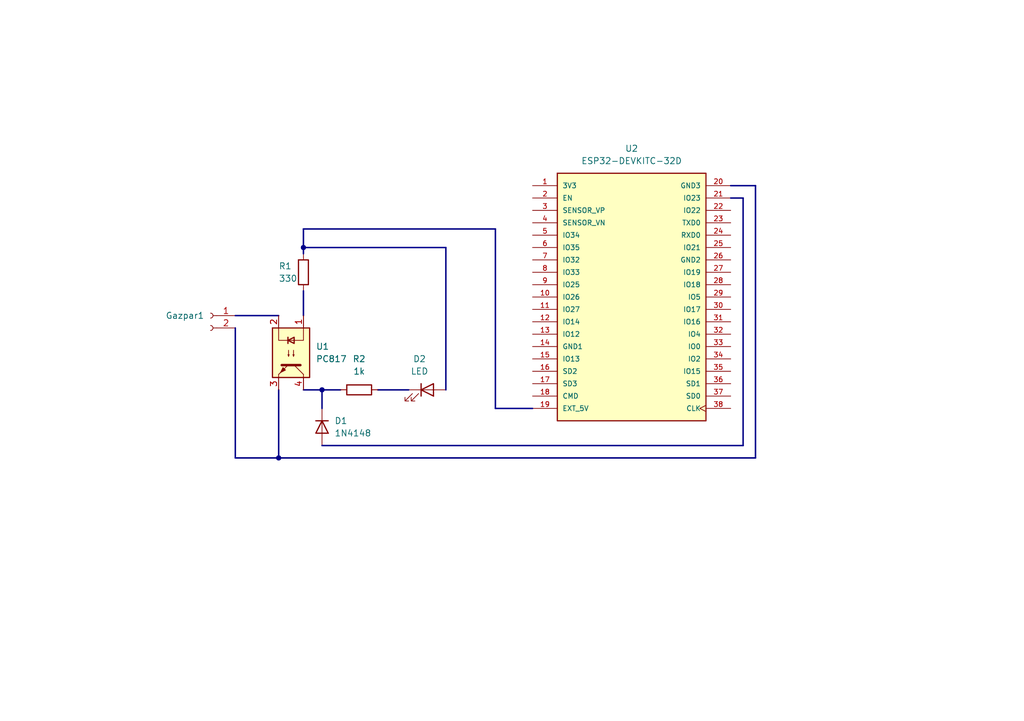
<source format=kicad_sch>
(kicad_sch (version 20211123) (generator eeschema)
  (paper "A5")
  (lib_symbols
    (symbol "Connector:Conn_01x02_Female" (pin_names (offset 1.016) hide)
      (property "Reference" "J" (at 0 2.54 0))
      (property "Value" "Conn_01x02_Female" (at 0 -5.08 0))
      (symbol "Conn_01x02_Female_1_1"
        (arc (start 0 -2.032) (mid -0.508 -2.54) (end 0 -3.048) (stroke (width 0.1524)))
        (polyline (pts (xy -1.27 -2.54) (xy -0.508 -2.54)) (stroke (width 0.1524)))
        (polyline (pts (xy -1.27 0) (xy -0.508 0)) (stroke (width 0.1524)))
        (arc (start 0 0.508) (mid -0.508 0) (end 0 -0.508) (stroke (width 0.1524)))
        (pin passive line (at -5.08 0 0) (length 3.81) (name "Pin_1") (number "1"))
        (pin passive line (at -5.08 -2.54 0) (length 3.81) (name "Pin_2") (number "2"))
      )
    )
    (symbol "Device:LED" (pin_numbers hide) (pin_names (offset 1.016) hide)
      (property "Reference" "D" (at 0 2.54 0))
      (property "Value" "LED" (at 0 -2.54 0))
      (symbol "LED_0_1"
        (polyline (pts (xy -1.27 -1.27) (xy -1.27 1.27)) (stroke (width 0.254)))
        (polyline (pts (xy -1.27 0) (xy 1.27 0)))
        (polyline (pts (xy 1.27 -1.27) (xy 1.27 1.27) (xy -1.27 0) (xy 1.27 -1.27)) (stroke (width 0.254)))
        (polyline (pts (xy -3.048 -0.762) (xy -4.572 -2.286) (xy -3.81 -2.286) (xy -4.572 -2.286) (xy -4.572 -1.524)))
        (polyline (pts (xy -1.778 -0.762) (xy -3.302 -2.286) (xy -2.54 -2.286) (xy -3.302 -2.286) (xy -3.302 -1.524)))
      )
      (symbol "LED_1_1"
        (pin passive line (at -3.81 0 0) (length 2.54) (name "K") (number "1"))
        (pin passive line (at 3.81 0 180) (length 2.54) (name "A") (number "2"))
      )
    )
    (symbol "Device:R" (pin_numbers hide) (pin_names (offset 0))
      (property "Reference" "R" (at 2.032 0 90))
      (property "Value" "R" (at 0 0 90))
      (symbol "R_0_1"
        (rectangle (start -1.016 -2.54) (end 1.016 2.54) (stroke (width 0.254)))
      )
      (symbol "R_1_1"
        (pin passive line (at 0 3.81 270) (length 1.27) (name "~") (number "1"))
        (pin passive line (at 0 -3.81 90) (length 1.27) (name "~") (number "2"))
      )
    )
    (symbol "Diode:1N4148" (pin_numbers hide) (pin_names (offset 1.016) hide)
      (property "Reference" "D" (at 0 2.54 0))
      (property "Value" "1N4148" (at 0 -2.54 0))
      (symbol "1N4148_0_1"
        (polyline (pts (xy -1.27 1.27) (xy -1.27 -1.27)) (stroke (width 0.254)))
        (polyline (pts (xy 1.27 0) (xy -1.27 0)))
        (polyline (pts (xy 1.27 1.27) (xy 1.27 -1.27) (xy -1.27 0) (xy 1.27 1.27)) (stroke (width 0.254)))
      )
      (symbol "1N4148_1_1"
        (pin passive line (at -3.81 0 0) (length 2.54) (name "K") (number "1"))
        (pin passive line (at 3.81 0 180) (length 2.54) (name "A") (number "2"))
      )
    )
    (symbol "ESP32-DEVKITC-32D:ESP32-DEVKITC-32D" (pin_names (offset 1.016))
      (property "Reference" "U" (at -15.2654 26.0604 0))
      (property "Value" "ESP32-DEVKITC-32D" (at -15.2654 -27.9654 0))
      (symbol "ESP32-DEVKITC-32D_0_0"
        (rectangle (start -15.24 -25.4) (end 15.24 25.4) (stroke (width 0.254)) (fill (type background)))
        (pin power_in line (at -20.32 22.86 0) (length 5.08) (name "3V3") (number "1"))
        (pin bidirectional line (at -20.32 0 0) (length 5.08) (name "IO26") (number "10"))
        (pin bidirectional line (at -20.32 -2.54 0) (length 5.08) (name "IO27") (number "11"))
        (pin bidirectional line (at -20.32 -5.08 0) (length 5.08) (name "IO14") (number "12"))
        (pin bidirectional line (at -20.32 -7.62 0) (length 5.08) (name "IO12") (number "13"))
        (pin power_in line (at -20.32 -10.16 0) (length 5.08) (name "GND1") (number "14"))
        (pin bidirectional line (at -20.32 -12.7 0) (length 5.08) (name "IO13") (number "15"))
        (pin bidirectional line (at -20.32 -15.24 0) (length 5.08) (name "SD2") (number "16"))
        (pin bidirectional line (at -20.32 -17.78 0) (length 5.08) (name "SD3") (number "17"))
        (pin bidirectional line (at -20.32 -20.32 0) (length 5.08) (name "CMD") (number "18"))
        (pin power_in line (at -20.32 -22.86 0) (length 5.08) (name "EXT_5V") (number "19"))
        (pin input line (at -20.32 20.32 0) (length 5.08) (name "EN") (number "2"))
        (pin power_in line (at 20.32 22.86 180) (length 5.08) (name "GND3") (number "20"))
        (pin bidirectional line (at 20.32 20.32 180) (length 5.08) (name "IO23") (number "21"))
        (pin bidirectional line (at 20.32 17.78 180) (length 5.08) (name "IO22") (number "22"))
        (pin output line (at 20.32 15.24 180) (length 5.08) (name "TXD0") (number "23"))
        (pin input line (at 20.32 12.7 180) (length 5.08) (name "RXD0") (number "24"))
        (pin bidirectional line (at 20.32 10.16 180) (length 5.08) (name "IO21") (number "25"))
        (pin power_in line (at 20.32 7.62 180) (length 5.08) (name "GND2") (number "26"))
        (pin bidirectional line (at 20.32 5.08 180) (length 5.08) (name "IO19") (number "27"))
        (pin bidirectional line (at 20.32 2.54 180) (length 5.08) (name "IO18") (number "28"))
        (pin bidirectional line (at 20.32 0 180) (length 5.08) (name "IO5") (number "29"))
        (pin input line (at -20.32 17.78 0) (length 5.08) (name "SENSOR_VP") (number "3"))
        (pin bidirectional line (at 20.32 -2.54 180) (length 5.08) (name "IO17") (number "30"))
        (pin bidirectional line (at 20.32 -5.08 180) (length 5.08) (name "IO16") (number "31"))
        (pin bidirectional line (at 20.32 -7.62 180) (length 5.08) (name "IO4") (number "32"))
        (pin bidirectional line (at 20.32 -10.16 180) (length 5.08) (name "IO0") (number "33"))
        (pin bidirectional line (at 20.32 -12.7 180) (length 5.08) (name "IO2") (number "34"))
        (pin bidirectional line (at 20.32 -15.24 180) (length 5.08) (name "IO15") (number "35"))
        (pin bidirectional line (at 20.32 -17.78 180) (length 5.08) (name "SD1") (number "36"))
        (pin bidirectional line (at 20.32 -20.32 180) (length 5.08) (name "SD0") (number "37"))
        (pin input clock (at 20.32 -22.86 180) (length 5.08) (name "CLK") (number "38"))
        (pin input line (at -20.32 15.24 0) (length 5.08) (name "SENSOR_VN") (number "4"))
        (pin bidirectional line (at -20.32 12.7 0) (length 5.08) (name "IO34") (number "5"))
        (pin bidirectional line (at -20.32 10.16 0) (length 5.08) (name "IO35") (number "6"))
        (pin bidirectional line (at -20.32 7.62 0) (length 5.08) (name "IO32") (number "7"))
        (pin bidirectional line (at -20.32 5.08 0) (length 5.08) (name "IO33") (number "8"))
        (pin bidirectional line (at -20.32 2.54 0) (length 5.08) (name "IO25") (number "9"))
      )
    )
    (symbol "Isolator:PC817" (pin_names (offset 1.016))
      (property "Reference" "U" (at -5.08 5.08 0))
      (property "Value" "PC817" (at 0 5.08 0))
      (symbol "PC817_0_1"
        (rectangle (start -5.08 3.81) (end 5.08 -3.81) (stroke (width 0.254)) (fill (type background)))
        (polyline (pts (xy -3.175 -0.635) (xy -1.905 -0.635)) (stroke (width 0.254)))
        (polyline (pts (xy 2.54 0.635) (xy 4.445 2.54)))
        (polyline (pts (xy 4.445 -2.54) (xy 2.54 -0.635)) (fill (type outline)))
        (polyline (pts (xy 4.445 -2.54) (xy 5.08 -2.54)))
        (polyline (pts (xy 4.445 2.54) (xy 5.08 2.54)))
        (polyline (pts (xy -5.08 2.54) (xy -2.54 2.54) (xy -2.54 -0.635)))
        (polyline (pts (xy -2.54 -0.635) (xy -2.54 -2.54) (xy -5.08 -2.54)))
        (polyline (pts (xy 2.54 1.905) (xy 2.54 -1.905) (xy 2.54 -1.905)) (stroke (width 0.508)))
        (polyline (pts (xy -2.54 -0.635) (xy -3.175 0.635) (xy -1.905 0.635) (xy -2.54 -0.635)) (stroke (width 0.254)))
        (polyline (pts (xy -0.508 -0.508) (xy 0.762 -0.508) (xy 0.381 -0.635) (xy 0.381 -0.381) (xy 0.762 -0.508)))
        (polyline (pts (xy -0.508 0.508) (xy 0.762 0.508) (xy 0.381 0.381) (xy 0.381 0.635) (xy 0.762 0.508)))
        (polyline (pts (xy 3.048 -1.651) (xy 3.556 -1.143) (xy 4.064 -2.159) (xy 3.048 -1.651) (xy 3.048 -1.651)) (fill (type outline)))
      )
      (symbol "PC817_1_1"
        (pin passive line (at -7.62 2.54 0) (length 2.54) (name "~") (number "1"))
        (pin passive line (at -7.62 -2.54 0) (length 2.54) (name "~") (number "2"))
        (pin passive line (at 7.62 -2.54 180) (length 2.54) (name "~") (number "3"))
        (pin passive line (at 7.62 2.54 180) (length 2.54) (name "~") (number "4"))
      )
    )
  )
  (junction (at 62.23 50.8))
  (junction (at 57.15 93.98))
  (junction (at 66.04 80.01))
  (bus (pts (xy 77.47 80.01) (xy 83.82 80.01)))
  (bus (pts (xy 48.26 93.98) (xy 57.15 93.98)))
  (bus (pts (xy 149.86 40.64) (xy 152.4 40.64)))
  (bus (pts (xy 66.04 80.01) (xy 69.85 80.01)))
  (bus (pts (xy 48.26 64.77) (xy 57.15 64.77)))
  (bus (pts (xy 154.94 38.1) (xy 154.94 93.98)))
  (bus (pts (xy 62.23 50.8) (xy 91.44 50.8)))
  (bus (pts (xy 101.6 83.82) (xy 109.22 83.82)))
  (bus (pts (xy 62.23 80.01) (xy 66.04 80.01)))
  (bus (pts (xy 57.15 80.01) (xy 57.15 93.98)))
  (bus (pts (xy 91.44 50.8) (xy 91.44 80.01)))
  (bus (pts (xy 62.23 59.69) (xy 62.23 64.77)))
  (bus (pts (xy 62.23 46.99) (xy 62.23 50.8)))
  (bus (pts (xy 66.04 91.44) (xy 152.4 91.44)))
  (bus (pts (xy 101.6 46.99) (xy 101.6 83.82)))
  (bus (pts (xy 48.26 67.31) (xy 48.26 93.98)))
  (bus (pts (xy 62.23 50.8) (xy 62.23 52.07)))
  (bus (pts (xy 66.04 80.01) (xy 66.04 83.82)))
  (bus (pts (xy 62.23 46.99) (xy 101.6 46.99)))
  (bus (pts (xy 149.86 38.1) (xy 154.94 38.1)))
  (bus (pts (xy 152.4 40.64) (xy 152.4 91.44)))
  (bus (pts (xy 57.15 93.98) (xy 154.94 93.98)))
  (symbol (lib_id "Device:LED") (at 87.63 80.01 0) (unit 1)
    (property "Reference" "D2" (at 86.0425 73.66 0))
    (property "Value" "LED" (at 86.0425 76.2 0))
    (property "Footprint" "LED_THT:LED_D3.0mm" (effects hide))
  )
  (symbol (lib_id "ESP32-DEVKITC-32D:ESP32-DEVKITC-32D") (at 129.54 60.96 0) (unit 1)
    (property "Reference" "U2" (at 129.54 30.48 0))
    (property "Value" "ESP32-DEVKITC-32D" (at 129.54 33.02 0))
    (property "Footprint" "MODULE_ESP32-DEVKITC-32D" (effects hide))
    (property "MANUFACTURER" "Espressif Systems" (effects hide))
    (property "PARTREV" "4" (effects hide))
  )
  (symbol (lib_id "Diode:1N4148") (at 66.04 87.63 270) (unit 1)
    (property "Reference" "D1" (at 68.58 86.3599 90) (effects (justify left)))
    (property "Value" "1N4148" (at 68.58 88.8999 90) (effects (justify left)))
    (property "Footprint" "Diode_THT:D_DO-35_SOD27_P7.62mm_Horizontal" (effects hide))
    (property "Datasheet" "https://assets.nexperia.com/documents/data-sheet/1N4148_1N4448.pdf" (effects hide))
  )
  (symbol (lib_id "Device:R") (at 73.66 80.01 270) (unit 1)
    (property "Reference" "R2" (at 73.66 73.66 90))
    (property "Value" "1k" (at 73.66 76.2 90))
    (property "Footprint" "Resistor_THT:R_Axial_DIN0207_L6.3mm_D2.5mm_P7.62mm_Horizontal" (effects hide))
  )
  (symbol (lib_id "Connector:Conn_01x02_Female") (at 43.18 64.77 0) (mirror y) (unit 1)
    (property "Reference" "Gazpar1" (at 41.91 64.77 0) (effects (justify left)))
    (property "Value" "G-" (effects hide))
    (property "Footprint" "TerminalBlock:TerminalBlock_bornier-2_P5.08mm" (effects hide))
  )
  (symbol (lib_id "Isolator:PC817") (at 59.69 72.39 270) (unit 1)
    (property "Reference" "U1" (at 64.77 71.1199 90) (effects (justify left)))
    (property "Value" "PC817" (at 64.77 73.6599 90) (effects (justify left)))
    (property "Footprint" "Package_DIP:DIP-4_W7.62mm" (effects hide))
    (property "Datasheet" "http://www.soselectronic.cz/a_info/resource/d/pc817.pdf" (effects hide))
  )
  (symbol (lib_id "Device:R") (at 62.23 55.88 0) (unit 1)
    (property "Reference" "R1" (at 57.15 54.61 0) (effects (justify left)))
    (property "Value" "330" (at 57.15 57.15 0) (effects (justify left)))
    (property "Footprint" "Resistor_THT:R_Axial_DIN0207_L6.3mm_D2.5mm_P7.62mm_Horizontal" (effects hide))
  )
)
</source>
